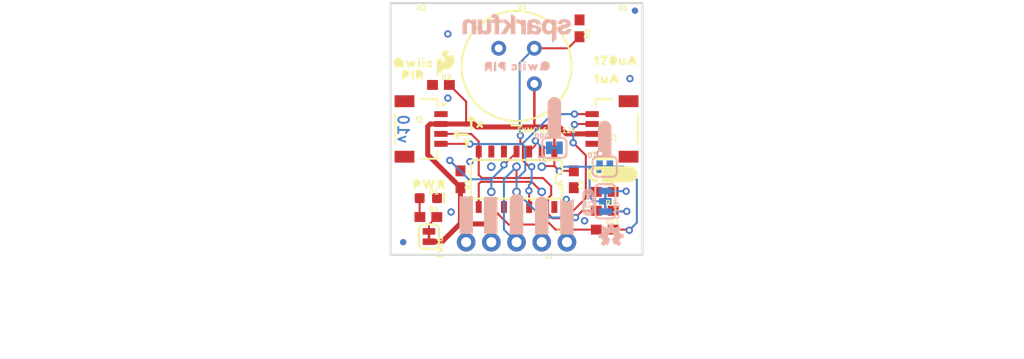
<source format=kicad_pcb>
(kicad_pcb (version 20211014) (generator pcbnew)
  (layers (0 "F.Cu" signal) (31 "B.Cu" signal) (34 "B.Paste" user) (35 "F.Paste" user) (36 "B.SilkS" user "B.Silkscreen") (37 "F.SilkS" user "F.Silkscreen") (38 "B.Mask" user) (39 "F.Mask" user) (44 "Edge.Cuts" user))
  (net 0 "")
  (net 1 "GND")
  (net 2 "SDA")
  (net 3 "SCL")
  (net 4 "3.3V")
  (net 5 "~{INT}")
  (net 6 "SCL_PU1")
  (net 7 "SDA_PU1")
  (net 8 "ADR0")
  (net 9 "~{RST}")
  (net 10 "N$3")
  (net 11 "STAT")
  (net 12 "INT_R")
  (net 13 "PIR_OUT")
  (net 14 "SDO")
  (footprint "boardEagle:0603" (layer "F.Cu") (at 154.8511 94.8436 -90)
    (fp_text reference "R5" (at 0 -0.762 90) (layer "F.SilkS") (effects (font (size 0.512064 0.512064) (thickness 0.097536)) (justify right)))
    (fp_text value "47k")
    (pad "1" smd rect (at -0.85 0 270) (size 1.1 1) (layers "F.Cu" "F.Paste" "F.Mask") (net 1 "GND"))
    (pad "2" smd rect (at 0.85 0 270) (size 1.1 1) (layers "F.Cu" "F.Paste" "F.Mask") (net 13 "PIR_OUT"))
  )
  (footprint "boardEagle:TO-3" (layer "F.Cu") (at 148.5011 98.6536)
    (fp_text reference "U1" (at 0 -6) (layer "F.SilkS") (effects (font (size 0.512064 0.512064) (thickness 0.097536)) (justify left)))
    (fp_text value "EKMC4607112k" (at 0 6.5) (layer "F.SilkS") (effects (font (size 0.512064 0.512064) (thickness 0.097536)) (justify left)))
    (pad "GND" thru_hole circle (at -1.796 -1.796) (size 1.5 1.5) (drill 0.8) (layers *.Cu) (net 1 "GND"))
    (pad "OUT" thru_hole circle (at 1.796 -1.796) (size 1.5 1.5) (drill 0.8) (layers *.Cu) (net 13 "PIR_OUT"))
    (pad "VDD" thru_hole circle (at 1.796 1.796) (size 1.5 1.5) (drill 0.8) (layers *.Cu) (net 4 "3.3V"))
  )
  (footprint "boardEagle:LED-0603" (layer "F.Cu") (at 139.6111 111.9886)
    (fp_text reference "D1" (at 0 -0.635) (layer "F.SilkS") (effects (font (size 0.512064 0.512064) (thickness 0.097536)) (justify left)))
    (fp_text value "RED")
    (pad "A" smd roundrect (at -0.877 0 270) (size 1 1) (layers "F.Cu" "F.Paste" "F.Mask") (roundrect_rratio 0.15) (net 10 "N$3"))
    (pad "C" smd roundrect (at 0.877 0 270) (size 1 1) (layers "F.Cu" "F.Paste" "F.Mask") (roundrect_rratio 0.15) (net 1 "GND"))
  )
  (footprint "boardEagle:0603" (layer "F.Cu") (at 142.8496 110.0836 -90)
    (fp_text reference "R3" (at 0 -0.762 90) (layer "F.SilkS") (effects (font (size 0.512064 0.512064) (thickness 0.097536)) (justify right)))
    (fp_text value "10k")
    (pad "1" smd rect (at -0.85 0 270) (size 1.1 1) (layers "F.Cu" "F.Paste" "F.Mask") (net 9 "~{RST}"))
    (pad "2" smd rect (at 0.85 0 270) (size 1.1 1) (layers "F.Cu" "F.Paste" "F.Mask") (net 4 "3.3V"))
  )
  (footprint "boardEagle:JST04_1MM_RA" (layer "F.Cu") (at 156.1211 105.0036 90)
    (fp_text reference "J2" (at -1.397 2.159 90) (layer "F.SilkS") (effects (font (size 0.512064 0.512064) (thickness 0.097536)) (justify left)))
    (fp_text value "QWIIC")
    (pad "1" smd rect (at -1.5 0 90) (size 0.6 1.35) (layers "F.Cu" "F.Paste" "F.Mask") (net 1 "GND"))
    (pad "2" smd rect (at -0.5 0 90) (size 0.6 1.35) (layers "F.Cu" "F.Paste" "F.Mask") (net 4 "3.3V"))
    (pad "3" smd rect (at 0.5 0 90) (size 0.6 1.35) (layers "F.Cu" "F.Paste" "F.Mask") (net 2 "SDA"))
    (pad "4" smd rect (at 1.5 0 90) (size 0.6 1.35) (layers "F.Cu" "F.Paste" "F.Mask") (net 3 "SCL"))
    (pad "NC1" smd rect (at 2.8 3.675 90) (size 1.2 2) (layers "F.Cu" "F.Paste" "F.Mask"))
    (pad "NC2" smd rect (at -2.8 3.675 90) (size 1.2 2) (layers "F.Cu" "F.Paste" "F.Mask"))
  )
  (footprint "boardEagle:1X04_NO_SILK" (layer "F.Cu") (at 151.0411 116.4336 180)
    (fp_text reference "J1" (at -1.27 -1.397) (layer "F.SilkS") (effects (font (size 0.512064 0.512064) (thickness 0.097536)) (justify right)))
    (fp_text value "")
    (pad "1" thru_hole circle (at 0 0 270) (size 1.8796 1.8796) (drill 1.016) (layers *.Cu *.Mask) (net 3 "SCL"))
    (pad "2" thru_hole circle (at 2.54 0 270) (size 1.8796 1.8796) (drill 1.016) (layers *.Cu *.Mask) (net 2 "SDA"))
    (pad "3" thru_hole circle (at 5.08 0 270) (size 1.8796 1.8796) (drill 1.016) (layers *.Cu *.Mask) (net 4 "3.3V"))
    (pad "4" thru_hole circle (at 7.62 0 270) (size 1.8796 1.8796) (drill 1.016) (layers *.Cu *.Mask) (net 1 "GND"))
  )
  (footprint "boardEagle:QWIIC_5MM" (layer "F.Cu") (at 158.1531 109.5756)
    (fp_text reference "LOGO2" hide)
    (fp_text value "QWIIC_LOGO_5MM" hide)
  )
  (footprint "boardEagle:0603" (layer "F.Cu") (at 139.6111 113.8936)
    (fp_text reference "R4" (at 0 -0.762) (layer "F.SilkS") (effects (font (size 0.512064 0.512064) (thickness 0.097536)) (justify left)))
    (fp_text value "1k")
    (pad "1" smd rect (at -0.85 0) (size 1.1 1) (layers "F.Cu" "F.Paste" "F.Mask") (net 10 "N$3"))
    (pad "2" smd rect (at 0.85 0) (size 1.1 1) (layers "F.Cu" "F.Paste" "F.Mask") (net 11 "STAT"))
  )
  (footprint "boardEagle:SMT-JUMPER_2_NC_TRACE_SILK" (layer "F.Cu") (at 139.6746 115.8621 -90)
    (fp_text reference "PWR0" (at 0 -1.143 90) (layer "F.SilkS") (effects (font (size 0.512064 0.512064) (thickness 0.097536)) (justify right)))
    (fp_text value "JUMPER-SMT_2_NC_TRACE_SILK")
    (fp_poly (pts (xy 0.1905 0.13335) (xy -0.70485 0.13335) (xy -0.70485 -0.13335) (xy 0.1905 -0.13335)) (layer "F.Cu") (width 0) (fill solid))
    (pad "1" smd rect (at -0.5207 0 270) (size 0.6604 1.27) (layers "F.Cu" "F.Mask") (net 11 "STAT"))
    (pad "2" smd rect (at 0.5207 0 270) (size 0.6604 1.27) (layers "F.Cu" "F.Mask") (net 4 "3.3V"))
  )
  (footprint "boardEagle:Y0" (layer "F.Cu") (at 142.4051 106.2101)
    (fp_text reference "U$16" hide)
    (fp_text value "" hide)
  )
  (footprint "boardEagle:STAND-OFF" (layer "F.Cu") (at 158.6611 94.8436)
    (fp_text reference "H1" (at 0 -2.032) (layer "F.SilkS") (effects (font (size 0.512064 0.512064) (thickness 0.097536)) (justify left)))
    (fp_text value "STAND-OFF")
    (pad "" np_thru_hole circle (at 0 0) (size 3.302 3.302) (drill 3.302) (layers *.Cu *.Mask))
  )
  (footprint "boardEagle:SFE_LOGO_FLAME_.1" (layer "F.Cu") (at 141.3256 98.3361)
    (fp_text reference "LOGO4" hide)
    (fp_text value "SFE_LOGO_FLAME.1_INCH" hide)
  )
  (footprint "boardEagle:STAND-OFF" (layer "F.Cu") (at 138.3411 94.8436)
    (fp_text reference "H2" (at 0 -2.032) (layer "F.SilkS") (effects (font (size 0.512064 0.512064) (thickness 0.097536)) (justify left)))
    (fp_text value "STAND-OFF")
    (pad "" np_thru_hole circle (at 0 0) (size 3.302 3.302) (drill 3.302) (layers *.Cu *.Mask))
  )
  (footprint "boardEagle:170UA0" (layer "F.Cu") (at 155.6131 98.0821)
    (fp_text reference "U$2" hide)
    (fp_text value "" hide)
  )
  (footprint "boardEagle:1X01_NO_SILK" (layer "F.Cu") (at 153.5811 116.4336)
    (fp_text reference "J5" (at -1.27 -1.143) (layer "F.SilkS") (effects (font (size 0.512064 0.512064) (thickness 0.097536)) (justify left)))
    (fp_text value "")
    (pad "1" thru_hole circle (at 0 0 90) (size 1.8796 1.8796) (drill 1.016) (layers *.Cu *.Mask) (net 5 "~{INT}"))
  )
  (footprint "boardEagle:CREATIVE_COMMONS" (layer "F.Cu") (at 116.7511 126.5936)
    (fp_text reference "FRAME1" hide)
    (fp_text value "FRAME-LETTER" hide)
  )
  (footprint "boardEagle:0603" (layer "F.Cu") (at 157.3911 113.2586)
    (fp_text reference "R2" (at 0 -0.762) (layer "F.SilkS") (effects (font (size 0.512064 0.512064) (thickness 0.097536)) (justify left)))
    (fp_text value "2.2k")
    (pad "1" smd rect (at -0.85 0) (size 1.1 1) (layers "F.Cu" "F.Paste" "F.Mask") (net 3 "SCL"))
    (pad "2" smd rect (at 0.85 0) (size 1.1 1) (layers "F.Cu" "F.Paste" "F.Mask") (net 6 "SCL_PU1"))
  )
  (footprint "boardEagle:0603" (layer "F.Cu") (at 140.8811 100.5586)
    (fp_text reference "D2" (at 0 -0.762) (layer "F.SilkS") (effects (font (size 0.512064 0.512064) (thickness 0.097536)) (justify left)))
    (fp_text value "24V")
    (pad "1" smd rect (at -0.85 0) (size 1.1 1) (layers "F.Cu" "F.Paste" "F.Mask") (net 1 "GND"))
    (pad "2" smd rect (at 0.85 0) (size 1.1 1) (layers "F.Cu" "F.Paste" "F.Mask") (net 4 "3.3V"))
  )
  (footprint "boardEagle:0603" (layer "F.Cu") (at 157.3911 111.3536)
    (fp_text reference "R1" (at 0 -0.762) (layer "F.SilkS") (effects (font (size 0.512064 0.512064) (thickness 0.097536)) (justify left)))
    (fp_text value "2.2k")
    (pad "1" smd rect (at -0.85 0) (size 1.1 1) (layers "F.Cu" "F.Paste" "F.Mask") (net 2 "SDA"))
    (pad "2" smd rect (at 0.85 0) (size 1.1 1) (layers "F.Cu" "F.Paste" "F.Mask") (net 7 "SDA_PU1"))
  )
  (footprint "boardEagle:0603" (layer "F.Cu") (at 157.3911 115.1636)
    (fp_text reference "R11" (at 0 -0.762) (layer "F.SilkS") (effects (font (size 0.512064 0.512064) (thickness 0.097536)) (justify left)))
    (fp_text value "10k")
    (pad "1" smd rect (at -0.85 0) (size 1.1 1) (layers "F.Cu" "F.Paste" "F.Mask") (net 5 "~{INT}"))
    (pad "2" smd rect (at 0.85 0) (size 1.1 1) (layers "F.Cu" "F.Paste" "F.Mask") (net 12 "INT_R"))
  )
  (footprint "boardEagle:MICRO-FIDUCIAL" (layer "F.Cu") (at 160.4391 93.0656)
    (fp_text reference "JP9" hide)
    (fp_text value "FIDUCIALUFIDUCIAL" hide)
    (pad "1" smd roundrect (at 0 0) (size 0.635 0.635) (layers "F.Cu" "F.Mask") (roundrect_rratio 0.5))
  )
  (footprint "boardEagle:SO14" (layer "F.Cu") (at 148.5011 110.0836 180)
    (fp_text reference "U4" (at -4.445 0 90) (layer "F.SilkS") (effects (font (size 0.512064 0.512064) (thickness 0.097536)) (justify right)))
    (fp_text value "ATTINY84-ARDUINO")
    (pad "1" smd rect (at -3.81 2.8 180) (size 0.6 1.2) (layers "F.Cu" "F.Paste" "F.Mask") (net 4 "3.3V"))
    (pad "2" smd rect (at -2.54 2.8 180) (size 0.6 1.2) (layers "F.Cu" "F.Paste" "F.Mask"))
    (pad "3" smd rect (at -1.27 2.8 180) (size 0.6 1.2) (layers "F.Cu" "F.Paste" "F.Mask") (net 8 "ADR0"))
    (pad "4" smd rect (at 0 2.8 180) (size 0.6 1.2) (layers "F.Cu" "F.Paste" "F.Mask") (net 9 "~{RST}"))
    (pad "5" smd rect (at 1.27 2.8 180) (size 0.6 1.2) (layers "F.Cu" "F.Paste" "F.Mask"))
    (pad "6" smd rect (at 2.54 2.8 180) (size 0.6 1.2) (layers "F.Cu" "F.Paste" "F.Mask"))
    (pad "7" smd rect (at 3.81 2.8 180) (size 0.6 1.2) (layers "F.Cu" "F.Paste" "F.Mask") (net 2 "SDA"))
    (pad "8" smd rect (at 3.81 -2.8 180) (size 0.6 1.2) (layers "F.Cu" "F.Paste" "F.Mask") (net 14 "SDO"))
    (pad "9" smd rect (at 2.54 -2.8 180) (size 0.6 1.2) (layers "F.Cu" "F.Paste" "F.Mask") (net 3 "SCL"))
    (pad "10" smd rect (at 1.27 -2.8 180) (size 0.6 1.2) (layers "F.Cu" "F.Paste" "F.Mask"))
    (pad "11" smd rect (at 0 -2.8 180) (size 0.6 1.2) (layers "F.Cu" "F.Paste" "F.Mask"))
    (pad "12" smd rect (at -1.27 -2.8 180) (size 0.6 1.2) (layers "F.Cu" "F.Paste" "F.Mask") (net 13 "PIR_OUT"))
    (pad "13" smd rect (at -2.54 -2.8 180) (size 0.6 1.2) (layers "F.Cu" "F.Paste" "F.Mask") (net 5 "~{INT}"))
    (pad "14" smd rect (at -3.81 -2.8 180) (size 0.6 1.2) (layers "F.Cu" "F.Paste" "F.Mask") (net 1 "GND"))
  )
  (footprint "boardEagle:0603" (layer "F.Cu") (at 154.2796 110.0836 -90)
    (fp_text reference "C2" (at 0 -0.762 90) (layer "F.SilkS") (effects (font (size 0.512064 0.512064) (thickness 0.097536)) (justify right)))
    (fp_text value "0.1uF")
    (pad "1" smd rect (at -0.85 0 270) (size 1.1 1) (layers "F.Cu" "F.Paste" "F.Mask") (net 4 "3.3V"))
    (pad "2" smd rect (at 0.85 0 270) (size 1.1 1) (layers "F.Cu" "F.Paste" "F.Mask") (net 1 "GND"))
  )
  (footprint "boardEagle:PWR0" (layer "F.Cu") (at 137.3886 110.5916)
    (fp_text reference "U$3" hide)
    (fp_text value "" hide)
  )
  (footprint "boardEagle:1UA0" (layer "F.Cu") (at 155.6131 99.9236)
    (fp_text reference "U$9" hide)
    (fp_text value "" hide)
  )
  (footprint "boardEagle:MICRO-FIDUCIAL" (layer "F.Cu") (at 137.0711 116.4336)
    (fp_text reference "JP8" hide)
    (fp_text value "FIDUCIALUFIDUCIAL" hide)
    (pad "1" smd roundrect (at 0 0) (size 0.635 0.635) (layers "F.Cu" "F.Mask") (roundrect_rratio 0.5))
  )
  (footprint "boardEagle:PIR0" (layer "F.Cu") (at 136.2456 99.5426)
    (fp_text reference "U$1" hide)
    (fp_text value "" hide)
  )
  (footprint "boardEagle:JST04_1MM_RA" (layer "F.Cu") (at 140.8811 105.0036 -90)
    (fp_text reference "J3" (at -1.397 2.159 90) (layer "F.SilkS") (effects (font (size 0.512064 0.512064) (thickness 0.097536)) (justify right)))
    (fp_text value "QWIIC")
    (pad "1" smd rect (at -1.5 0 270) (size 0.6 1.35) (layers "F.Cu" "F.Paste" "F.Mask") (net 1 "GND"))
    (pad "2" smd rect (at -0.5 0 270) (size 0.6 1.35) (layers "F.Cu" "F.Paste" "F.Mask") (net 4 "3.3V"))
    (pad "3" smd rect (at 0.5 0 270) (size 0.6 1.35) (layers "F.Cu" "F.Paste" "F.Mask") (net 2 "SDA"))
    (pad "4" smd rect (at 1.5 0 270) (size 0.6 1.35) (layers "F.Cu" "F.Paste" "F.Mask") (net 3 "SCL"))
    (pad "NC1" smd rect (at 2.8 3.675 270) (size 1.2 2) (layers "F.Cu" "F.Paste" "F.Mask"))
    (pad "NC2" smd rect (at -2.8 3.675 270) (size 1.2 2) (layers "F.Cu" "F.Paste" "F.Mask"))
  )
  (footprint "boardEagle:QWIIC0" (layer "F.Cu") (at 135.4201 98.3361)
    (fp_text reference "U$17" hide)
    (fp_text value "" hide)
  )
  (footprint "boardEagle:X0" (layer "F.Cu") (at 143.7386 104.4321)
    (fp_text reference "U$14" hide)
    (fp_text value "" hide)
  )
  (footprint "boardEagle:OSHW-LOGO-MINI" (layer "B.Cu") (at 158.0261 115.7986 180)
    (fp_text reference "LOGO1" hide)
    (fp_text value "OSHW-LOGOMINI" hide)
  )
  (footprint "boardEagle:QWIIC0" (layer "B.Cu") (at 152.5651 98.6536 180)
    (fp_text reference "U$18" hide)
    (fp_text value "" hide)
  )
  (footprint "boardEagle:#INT#0" (layer "B.Cu") (at 157.3911 108.1151 90)
    (fp_text reference "U$4" hide)
    (fp_text value "" hide)
  )
  (footprint "boardEagle:SMT-JUMPER_2_NC_TRACE_SILK" (layer "B.Cu") (at 152.3111 106.9086 180)
    (fp_text reference "ADR0" (at 0 1.143) (layer "B.SilkS") (effects (font (size 0.512064 0.512064) (thickness 0.097536)) (justify left mirror)))
    (fp_text value "JUMPER-SMT_2_NC_TRACE_SILK")
    (fp_poly (pts (xy 0.1905 -0.13335) (xy -0.70485 -0.13335) (xy -0.70485 0.13335) (xy 0.1905 0.13335)) (layer "B.Cu") (width 0) (fill solid))
    (pad "1" smd rect (at -0.5207 0 180) (size 0.6604 1.27) (layers "B.Cu" "B.Mask") (net 1 "GND"))
    (pad "2" smd rect (at 0.5207 0 180) (size 0.6604 1.27) (layers "B.Cu" "B.Mask") (net 8 "ADR0"))
  )
  (footprint "boardEagle:#SCL#0" (layer "B.Cu") (at 151.0411 115.9891 90)
    (fp_text reference "U$7" hide)
    (fp_text value "" hide)
  )
  (footprint "boardEagle:SMT-JUMPER_3_2-NC_TRACE_SILK" (layer "B.Cu") (at 157.4546 112.3061 90)
    (fp_text reference "I2C0" (at 0 1.143 90) (layer "B.SilkS") (effects (font (size 0.512064 0.512064) (thickness 0.097536)) (justify left mirror)))
    (fp_text value "JUMPER-SMT_3_2-NC_TRACE_SILK")
    (fp_poly (pts (xy 0.7112 -0.13335) (xy -0.7112 -0.13335) (xy -0.7112 0.13335) (xy 0.7112 0.13335)) (layer "B.Cu") (width 0) (fill solid))
    (pad "1" smd rect (at -1.0414 0 90) (size 0.6604 1.27) (layers "B.Cu" "B.Mask") (net 6 "SCL_PU1"))
    (pad "2" smd rect (at 0 0 90) (size 0.6604 1.27) (layers "B.Cu" "B.Mask") (net 4 "3.3V"))
    (pad "3" smd rect (at 1.0414 0 90) (size 0.6604 1.27) (layers "B.Cu" "B.Mask") (net 7 "SDA_PU1"))
  )
  (footprint "boardEagle:#ADR#0" (layer "B.Cu") (at 152.3111 106.2736 90)
    (fp_text reference "U$11" hide)
    (fp_text value "" hide)
  )
  (footprint "boardEagle:##INT##0" (layer "B.Cu") (at 153.5811 115.9891 90)
    (fp_text reference "U$8" hide)
    (fp_text value "" hide)
  )
  (footprint "boardEagle:2X3_TEST_POINTS" (layer "B.Cu") (at 148.5011 110.0836 180)
    (fp_text reference "J7" (at -3.048 2.032) (layer "B.SilkS") (effects (font (size 0.512064 0.512064) (thickness 0.097536)) (justify left mirror)))
    (fp_text value "ISP")
    (pad "1" thru_hole circle (at -2.54 -1.27 180) (size 0.8636 0.8636) (drill 0.508) (layers *.Cu) (net 14 "SDO"))
    (pad "2" thru_hole circle (at -2.54 1.27 180) (size 0.8636 0.8636) (drill 0.508) (layers *.Cu) (net 4 "3.3V"))
    (pad "3" thru_hole circle (at 0 -1.27 180) (size 0.8636 0.8636) (drill 0.508) (layers *.Cu) (net 3 "SCL"))
    (pad "4" thru_hole circle (at 0 1.27 180) (size 0.8636 0.8636) (drill 0.508) (layers *.Cu) (net 2 "SDA"))
    (pad "5" thru_hole circle (at 2.54 -1.27 180) (size 0.8636 0.8636) (drill 0.508) (layers *.Cu) (net 9 "~{RST}"))
    (pad "6" thru_hole circle (at 2.54 1.27 180) (size 0.8636 0.8636) (drill 0.508) (layers *.Cu) (net 1 "GND"))
  )
  (footprint "boardEagle:MICRO-FIDUCIAL" (layer "B.Cu") (at 137.0711 116.4336 180)
    (fp_text reference "JP6" hide)
    (fp_text value "FIDUCIALUFIDUCIAL" hide)
    (pad "1" smd roundrect (at 0 0 180) (size 0.635 0.635) (layers "B.Cu" "B.Mask") (roundrect_rratio 0.5))
  )
  (footprint "boardEagle:SMT-JUMPER_2_NC_TRACE_SILK" (layer "B.Cu") (at 157.3911 108.8136 180)
    (fp_text reference "INT0" (at 0 1.143) (layer "B.SilkS") (effects (font (size 0.512064 0.512064) (thickness 0.097536)) (justify left mirror)))
    (fp_text value "JUMPER-SMT_2_NC_TRACE_SILK")
    (fp_poly (pts (xy 0.1905 -0.13335) (xy -0.70485 -0.13335) (xy -0.70485 0.13335) (xy 0.1905 0.13335)) (layer "B.Cu") (width 0) (fill solid))
    (pad "1" smd rect (at -0.5207 0 180) (size 0.6604 1.27) (layers "B.Cu" "B.Mask") (net 12 "INT_R"))
    (pad "2" smd rect (at 0.5207 0 180) (size 0.6604 1.27) (layers "B.Cu" "B.Mask") (net 4 "3.3V"))
  )
  (footprint "boardEagle:#3V3#0" (layer "B.Cu") (at 145.8976 115.9256 90)
    (fp_text reference "U$5" hide)
    (fp_text value "" hide)
  )
  (footprint "boardEagle:MICRO-FIDUCIAL" (layer "B.Cu") (at 160.4391 93.0656 180)
    (fp_text reference "JP2" hide)
    (fp_text value "FIDUCIALUFIDUCIAL" hide)
    (pad "1" smd roundrect (at 0 0 180) (size 0.635 0.635) (layers "B.Cu" "B.Mask") (roundrect_rratio 0.5))
  )
  (footprint "boardEagle:#GND#0" (layer "B.Cu") (at 143.4211 115.9256 90)
    (fp_text reference "U$19" hide)
    (fp_text value "" hide)
  )
  (footprint "boardEagle:#SDA#0" (layer "B.Cu") (at 148.5011 115.9891 90)
    (fp_text reference "U$6" hide)
    (fp_text value "" hide)
  )
  (footprint "boardEagle:I_SUPER2_C-()-03" (layer "B.Cu") (at 155.7401 113.8301 90)
    (fp_text reference "U$10" hide)
    (fp_text value "" hide)
  )
  (footprint "boardEagle:SFE_LOGO_NAME_.1" (layer "B.Cu") (at 148.5011 94.8436 180)
    (fp_text reference "LOGO3" hide)
    (fp_text value "SFE_LOGO_NAME.1_INCH" hide)
  )
  (footprint "boardEagle:PIR0" (layer "B.Cu") (at 148.1201 98.7171 180)
    (fp_text reference "U$13" hide)
    (fp_text value "" hide)
  )
  (gr_line (start 142.2781 105.5751) (end 142.5956 105.2576) (layer "F.SilkS") (width 0.254))
  (gr_line (start 142.2781 105.5751) (end 142.5956 105.8926) (layer "F.SilkS") (width 0.254))
  (gr_line (start 143.5481 105.5751) (end 142.2781 105.5751) (layer "F.SilkS") (width 0.254))
  (gr_line (start 143.9291 103.7971) (end 144.2466 104.1146) (layer "F.SilkS") (width 0.254))
  (gr_line (start 143.9291 103.7971) (end 143.6116 104.1146) (layer "F.SilkS") (width 0.254))
  (gr_line (start 143.9291 105.0671) (end 143.9291 103.7971) (layer "F.SilkS") (width 0.254))
  (gr_line (start 135.8011 117.7036) (end 161.2011 117.7036) (layer "Edge.Cuts") (width 0.2032))
  (gr_line (start 161.2011 117.7036) (end 161.2011 92.3036) (layer "Edge.Cuts") (width 0.2032))
  (gr_line (start 161.2011 92.3036) (end 135.8011 92.3036) (layer "Edge.Cuts") (width 0.2032))
  (gr_line (start 135.8011 92.3036) (end 135.8011 117.7036) (layer "Edge.Cuts") (width 0.2032))
  (gr_text "v10" (at 137.0711 105.0036 -90) (layer "B.Cu") (effects (font (size 1.0795 1.0795) (thickness 0.1905)) (justify mirror)))
  (via (at 153.5176 112.1156) (size 0.7366) (drill 0.381) (layers "F.Cu" "B.Cu") (net 1))
  (via (at 156.9466 107.4801) (size 0.7366) (drill 0.381) (layers "F.Cu" "B.Cu") (net 1))
  (via (at 141.5796 101.8921) (size 0.7366) (drill 0.381) (layers "F.Cu" "B.Cu") (net 1))
  (via (at 143.8021 108.3056) (size 0.7366) (drill 0.381) (layers "F.Cu" "B.Cu") (net 1))
  (via (at 141.8971 113.3856) (size 0.7366) (drill 0.381) (layers "F.Cu" "B.Cu") (net 1))
  (via (at 155.3591 114.2746) (size 0.7366) (drill 0.381) (layers "F.Cu" "B.Cu") (net 1))
  (via (at 159.9311 99.9236) (size 0.7366) (drill 0.381) (layers "F.Cu" "B.Cu") (net 1))
  (via (at 141.5796 95.4151) (size 0.7366) (drill 0.381) (layers "F.Cu" "B.Cu") (net 1))
  (segment (start 151.6761 113.5761) (end 151.6761 111.9886) (width 0.2032) (layer "F.Cu") (net 2))
  (segment (start 152.1206 114.0206) (end 151.6761 113.5761) (width 0.2032) (layer "F.Cu") (net 2))
  (segment (start 154.3986 104.5036) (end 156.1211 104.5036) (width 0.2032) (layer "F.Cu") (net 2))
  (segment (start 151.6761 111.9886) (end 151.9936 111.6711) (width 0.2032) (layer "F.Cu") (net 2))
  (segment (start 152.1206 114.0206) (end 153.4541 114.0206) (width 0.2032) (layer "F.Cu") (net 2))
  (segment (start 151.9936 110.7821) (end 151.1681 109.9566) (width 0.2032) (layer "F.Cu") (net 2))
  (segment (start 148.5011 109.9566) (end 145.0086 109.9566) (width 0.2032) (layer "F.Cu") (net 2))
  (segment (start 145.0086 109.9566) (end 144.6911 109.6391) (width 0.2032) (layer "F.Cu") (net 2))
  (segment (start 155.4861 111.9886) (end 155.4861 111.3536) (width 0.2032) (layer "F.Cu") (net 2))
  (segment (start 155.4861 107.6706) (end 155.4861 111.3536) (width 0.2032) (layer "F.Cu") (net 2))
  (segment (start 153.4541 114.0206) (end 155.4861 111.9886) (width 0.2032) (layer "F.Cu") (net 2))
  (segment (start 144.6911 109.6391) (end 144.6911 107.2836) (width 0.2032) (layer "F.Cu") (net 2))
  (segment (start 156.5411 111.3536) (end 155.4861 111.3536) (width 0.2032) (layer "F.Cu") (net 2))
  (segment (start 154.3431 104.5591) (end 154.3986 104.5036) (width 0.2032) (layer "F.Cu") (net 2))
  (segment (start 151.9936 111.6711) (end 151.9936 110.7821) (width 0.2032) (layer "F.Cu") (net 2))
  (segment (start 140.8811 105.5036) (end 143.9211 105.5036) (width 0.2032) (layer "F.Cu") (net 2))
  (segment (start 148.5011 108.8136) (end 148.5011 109.9566) (width 0.2032) (layer "F.Cu") (net 2))
  (segment (start 151.1681 109.9566) (end 148.5011 109.9566) (width 0.2032) (layer "F.Cu") (net 2))
  (segment (start 155.4861 107.6706) (end 154.2161 106.4006) (width 0.2032) (layer "F.Cu") (net 2))
  (segment (start 144.6911 106.2736) (end 144.6911 107.2836) (width 0.2032) (layer "F.Cu") (net 2))
  (segment (start 143.9211 105.5036) (end 144.6911 106.2736) (width 0.2032) (layer "F.Cu") (net 2))
  (via (at 154.3431 104.5591) (size 0.7366) (drill 0.381) (layers "F.Cu" "B.Cu") (net 2))
  (via (at 154.2161 106.4006) (size 0.7366) (drill 0.381) (layers "F.Cu" "B.Cu") (net 2))
  (segment (start 154.2161 104.6861) (end 154.3431 104.5591) (width 0.2032) (layer "B.Cu") (net 2))
  (segment (start 147.2311 110.0836) (end 148.5011 108.8136) (width 0.2032) (layer "B.Cu") (net 2))
  (segment (start 148.5011 116.4336) (end 147.2311 115.1636) (width 0.2032) (layer "B.Cu") (net 2))
  (segment (start 154.2161 106.4006) (end 154.2161 104.6861) (width 0.2032) (layer "B.Cu") (net 2))
  (segment (start 147.2311 115.1636) (end 147.2311 110.0836) (width 0.2032) (layer "B.Cu") (net 2))
  (segment (start 154.3431 103.5036) (end 156.1211 103.5036) (width 0.2032) (layer "F.Cu") (net 3))
  (segment (start 146.6517 113.599332) (end 147.704368 114.652) (width 0.2032) (layer "F.Cu") (net 3))
  (segment (start 143.7781 106.5036) (end 143.8021 106.5276) (width 0.2032) (layer "F.Cu") (net 3))
  (segment (start 155.132087 113.2586) (end 154.4447 113.945988) (width 0.2032) (layer "F.Cu") (net 3))
  (segment (start 145.9611 112.8836) (end 146.6517 113.5742) (width 0.2032) (layer "F.Cu") (net 3))
  (segment (start 147.704368 114.652) (end 150.484887 114.652) (width 0.2032) (layer "F.Cu") (net 3))
  (segment (start 146.6517 113.5742) (end 146.6517 113.599332) (width 0.2032) (layer "F.Cu") (net 3))
  (segment (start 151.0411 115.208213) (end 150.484887 114.652) (width 0.2032) (layer "F.Cu") (net 3))
  (segment (start 156.5411 113.2586) (end 155.132087 113.2586) (width 0.2032) (layer "F.Cu") (net 3))
  (segment (start 140.8811 106.5036) (end 143.7781 106.5036) (width 0.2032) (layer "F.Cu") (net 3))
  (segment (start 151.0411 115.208213) (end 151.0411 116.4336) (width 0.2032) (layer "F.Cu") (net 3))
  (via (at 154.4447 113.945988) (size 0.7366) (drill 0.381) (layers "F.Cu" "B.Cu") (net 3))
  (via (at 154.3431 103.5036) (size 0.7366) (drill 0.381) (layers "F.Cu" "B.Cu") (net 3))
  (via (at 143.8021 106.5276) (size 0.7366) (drill 0.381) (layers "F.Cu" "B.Cu") (net 3))
  (segment (start 148.5011 110.0836) (end 149.3774 109.2073) (width 0.2032) (layer "B.Cu") (net 3))
  (segment (start 151.052212 113.945988) (end 151.0411 113.9571) (width 0.2032) (layer "B.Cu") (net 3))
  (segment (start 151.0411 113.9571) (end 151.0411 116.4336) (width 0.2032) (layer "B.Cu") (net 3))
  (segment (start 152.0966 103.5036) (end 154.3431 103.5036) (width 0.2032) (layer "B.Cu") (net 3))
  (segment (start 149.3774 106.8324) (end 149.0726 106.5276) (width 0.2032) (layer "B.Cu") (net 3))
  (segment (start 151.0411 113.8936) (end 151.0411 113.9571) (width 0.2032) (layer "B.Cu") (net 3))
  (segment (start 148.5011 111.3536) (end 148.5011 110.0836) (width 0.2032) (layer "B.Cu") (net 3))
  (segment (start 154.4447 113.945988) (end 151.052212 113.945988) (width 0.2032) (layer "B.Cu") (net 3))
  (segment (start 149.0726 106.5276) (end 152.0966 103.5036) (width 0.2032) (layer "B.Cu") (net 3))
  (segment (start 149.0726 106.5276) (end 143.8021 106.5276) (width 0.2032) (layer "B.Cu") (net 3))
  (segment (start 149.3774 109.2073) (end 149.3774 106.8324) (width 0.2032) (layer "B.Cu") (net 3))
  (segment (start 151.0411 113.8936) (end 148.5011 111.3536) (width 0.2032) (layer "B.Cu") (net 3))
  (segment (start 141.7311 100.5586) (end 143.4211 102.2486) (width 0.2032) (layer "F.Cu") (net 4))
  (segment (start 139.5476 107.6071) (end 142.8496 110.9091) (width 0.508) (layer "F.Cu") (net 4))
  (segment (start 142.79435 114.5921) (end 142.8496 114.5921) (width 0.1778) (layer "F.Cu") (net 4))
  (segment (start 140.8811 104.5036) (end 143.4211 104.5036) (width 0.508) (layer "F.Cu") (net 4))
  (segment (start 150.2971 104.8051) (end 152.3111 104.8051) (width 0.508) (layer "F.Cu") (net 4))
  (segment (start 139.5476 104.7496) (end 139.5476 107.6071) (width 0.508) (layer "F.Cu") (net 4))
  (segment (start 142.8496 114.5921) (end 142.8496 110.9336) (width 0.508) (layer "F.Cu") (net 4))
  (segment (start 154.2796 109.2336) (end 152.8436 109.2336) (width 0.2032) (layer "F.Cu") (net 4))
  (segment (start 143.4211 102.2486) (end 143.4211 104.5036) (width 0.2032) (layer "F.Cu") (net 4))
  (segment (start 139.7936 104.5036) (end 139.5476 104.7496) (width 0.508) (layer "F.Cu") (net 4))
  (segment (start 144.1911 104.5036) (end 144.4926 104.8051) (width 0.508) (layer "F.Cu") (net 4))
  (segment (start 142.8496 114.5921) (end 145.5166 114.5921) (width 0.508) (layer "F.Cu") (net 4))
  (segment (start 145.5166 114.5921) (end 145.9611 115.0366) (width 0.508) (layer "F.Cu") (net 4))
  (segment (start 144.4926 104.8051) (end 150.2971 104.8051) (width 0.508) (layer "F.Cu") (net 4))
  (segment (start 139.6746 116.3828) (end 141.00365 116.3828) (width 0.508) (layer "F.Cu") (net 4))
  (segment (start 151.0411 108.8136) (end 151.1046 108.7501) (width 0.2032) (layer "F.Cu") (net 4))
  (segment (start 153.5176 105.5036) (end 152.8191 104.8051) (width 0.508) (layer "F.Cu") (net 4))
  (segment (start 142.8496 110.9091) (end 142.8496 110.9336) (width 0.1778) (layer "F.Cu") (net 4))
  (segment (start 152.8436 109.2336) (end 152.8191 109.2581) (width 0.2032) (layer "F.Cu") (net 4))
  (segment (start 152.8191 104.8051) (end 152.3111 104.8051) (width 0.508) (layer "F.Cu") (net 4))
  (segment (start 152.3111 108.7501) (end 152.8191 109.2581) (width 0.2032) (layer "F.Cu") (net 4))
  (segment (start 141.00365 116.3828) (end 142.79435 114.5921) (width 0.508) (layer "F.Cu") (net 4))
  (segment (start 145.9611 115.0366) (end 145.9611 116.4336) (width 0.508) (layer "F.Cu") (net 4))
  (segment (start 151.1046 108.7501) (end 152.3111 108.7501) (width 0.2032) (layer "F.Cu") (net 4))
  (segment (start 152.3111 104.8051) (end 152.3111 107.2836) (width 0.254) (layer "F.Cu") (net 4))
  (segment (start 153.5176 105.5036) (end 156.1211 105.5036) (width 0.508) (layer "F.Cu") (net 4))
  (segment (start 140.8811 104.5036) (end 139.7936 104.5036) (width 0.508) (layer "F.Cu") (net 4))
  (segment (start 143.4211 104.5036) (end 144.1911 104.5036) (width 0.508) (layer "F.Cu") (net 4))
  (segment (start 152.3111 107.2836) (end 152.3111 108.7501) (width 0.2032) (layer "F.Cu") (net 4))
  (segment (start 150.2971 100.4496) (end 150.2971 104.8051) (width 0.254) (layer "F.Cu") (net 4))
  (via (at 152.8191 109.2581) (size 0.7366) (drill 0.381) (layers "F.Cu" "B.Cu") (net 4))
  (segment (start 155.8671 108.8136) (end 155.8671 111.8616) (width 0.2032) (layer "B.Cu") (net 4))
  (segment (start 156.8704 108.8136) (end 155.8671 108.8136) (width 0.2032) (layer "B.Cu") (net 4))
  (segment (start 155.8671 111.8616) (end 156.3116 112.3061) (width 0.2032) (layer "B.Cu") (net 4))
  (segment (start 152.8191 109.2581) (end 153.2636 108.8136) (width 0.2032) (layer "B.Cu") (net 4))
  (segment (start 156.3116 112.3061) (end 157.4546 112.3061) (width 0.2032) (layer "B.Cu") (net 4))
  (segment (start 155.8671 108.8136) (end 153.2636 108.8136) (width 0.2032) (layer "B.Cu") (net 4))
  (segment (start 151.0411 113.7666) (end 152.4381 115.1636) (width 0.2032) (layer "F.Cu") (net 5))
  (segment (start 153.5811 116.4336) (end 153.5811 115.1636) (width 0.2032) (layer "F.Cu") (net 5))
  (segment (start 156.5411 115.1636) (end 153.5811 115.1636) (width 0.2032) (layer "F.Cu") (net 5))
  (segment (start 152.4381 115.1636) (end 153.5811 115.1636) (width 0.2032) (layer "F.Cu") (net 5))
  (segment (start 151.0411 113.7666) (end 151.0411 112.8836) (width 0.2032) (layer "F.Cu") (net 5))
  (segment (start 159.6136 113.3221) (end 158.3046 113.3221) (width 0.2032) (layer "F.Cu") (net 6))
  (segment (start 158.3046 113.3221) (end 158.2411 113.2586) (width 0.2032) (layer "F.Cu") (net 6))
  (via (at 159.6136 113.3221) (size 0.7366) (drill 0.381) (layers "F.Cu" "B.Cu") (net 6))
  (segment (start 157.4546 113.3475) (end 159.5882 113.3475) (width 0.2032) (layer "B.Cu") (net 6))
  (segment (start 159.5882 113.3475) (end 159.6136 113.3221) (width 0.2032) (layer "B.Cu") (net 6))
  (segment (start 158.3046 111.2901) (end 159.5501 111.2901) (width 0.2032) (layer "F.Cu") (net 7))
  (segment (start 158.2411 111.3536) (end 158.3046 111.2901) (width 0.2032) (layer "F.Cu") (net 7))
  (via (at 159.5501 111.2901) (size 0.7366) (drill 0.381) (layers "F.Cu" "B.Cu") (net 7))
  (segment (start 157.48 111.2901) (end 157.4546 111.2647) (width 0.2032) (layer "B.Cu") (net 7))
  (segment (start 159.5501 111.2901) (end 157.48 111.2901) (width 0.2032) (layer "B.Cu") (net 7))
  (segment (start 149.7711 107.2836) (end 150.4061 106.6486) (width 0.1778) (layer "F.Cu") (net 8))
  (segment (start 150.4061 106.6486) (end 150.4061 106.2101) (width 0.1778) (layer "F.Cu") (net 8))
  (via (at 150.4061 106.2101) (size 0.7366) (drill 0.381) (layers "F.Cu" "B.Cu") (net 8))
  (segment (start 150.4061 106.2101) (end 151.1046 106.9086) (width 0.1778) (layer "B.Cu") (net 8))
  (segment (start 151.1046 106.9086) (end 151.7904 106.9086) (width 0.1778) (layer "B.Cu") (net 8))
  (segment (start 147.2311 108.6231) (end 148.5011 107.3531) (width 0.1778) (layer "F.Cu") (net 9))
  (segment (start 142.8496 109.2336) (end 142.8251 109.2336) (width 0.2032) (layer "F.Cu") (net 9))
  (segment (start 142.8251 109.2336) (end 141.7701 108.1786) (width 0.2032) (layer "F.Cu") (net 9))
  (segment (start 148.5011 107.3531) (end 148.5011 107.2836) (width 0.1778) (layer "F.Cu") (net 9))
  (via (at 147.2311 108.6231) (size 0.7366) (drill 0.381) (layers "F.Cu" "B.Cu") (net 9))
  (via (at 141.7701 108.1786) (size 0.7366) (drill 0.381) (layers "F.Cu" "B.Cu") (net 9))
  (segment (start 143.6751 110.0836) (end 145.9611 110.0836) (width 0.2032) (layer "B.Cu") (net 9))
  (segment (start 147.2311 108.8136) (end 147.2311 108.6231) (width 0.2032) (layer "B.Cu") (net 9))
  (segment (start 145.9611 110.0836) (end 147.2311 108.8136) (width 0.2032) (layer "B.Cu") (net 9))
  (segment (start 141.7701 108.1786) (end 143.6751 110.0836) (width 0.2032) (layer "B.Cu") (net 9))
  (segment (start 145.9611 111.3536) (end 145.9611 110.0836) (width 0.2032) (layer "B.Cu") (net 9))
  (segment (start 138.7341 113.8666) (end 138.7611 113.8936) (width 0.2032) (layer "F.Cu") (net 10))
  (segment (start 138.7341 111.9886) (end 138.7341 113.8666) (width 0.2032) (layer "F.Cu") (net 10))
  (segment (start 139.6746 114.6801) (end 139.6746 115.3414) (width 0.1778) (layer "F.Cu") (net 11))
  (segment (start 140.4611 113.8936) (end 139.6746 114.6801) (width 0.1778) (layer "F.Cu") (net 11))
  (segment (start 158.2411 115.1636) (end 159.8041 115.1636) (width 0.2032) (layer "F.Cu") (net 12))
  (segment (start 159.8041 115.1636) (end 159.8676 115.2271) (width 0.2032) (layer "F.Cu") (net 12))
  (via (at 159.8676 115.2271) (size 0.7366) (drill 0.381) (layers "F.Cu" "B.Cu") (net 12))
  (segment (start 160.6296 114.4651) (end 159.8676 115.2271) (width 0.2032) (layer "B.Cu") (net 12))
  (segment (start 157.9118 108.8136) (end 159.2961 108.8136) (width 0.2032) (layer "B.Cu") (net 12))
  (segment (start 160.6296 110.1471) (end 160.6296 114.4651) (width 0.2032) (layer "B.Cu") (net 12))
  (segment (start 160.6296 110.1471) (end 159.2961 108.8136) (width 0.2032) (layer "B.Cu") (net 12))
  (segment (start 149.144 108.1865) (end 149.144 106.631369) (width 0.2032) (layer "F.Cu") (net 13))
  (segment (start 149.7711 112.8836) (end 149.7711 111.2393) (width 0.2032) (layer "F.Cu") (net 13))
  (segment (start 148.888193 105.668707) (end 148.8882 105.6687) (width 0.2032) (layer "F.Cu") (net 13))
  (segment (start 153.6871 96.8576) (end 150.2971 96.8576) (width 0.2032) (layer "F.Cu") (net 13))
  (segment (start 150.0251 108.8136) (end 149.7711 108.8136) (width 0.2032) (layer "F.Cu") (net 13))
  (segment (start 148.888193 106.375563) (end 148.888193 105.668707) (width 0.2032) (layer "F.Cu") (net 13))
  (segment (start 149.7711 111.2393) (end 149.747287 111.2393) (width 0.2032) (layer "F.Cu") (net 13))
  (segment (start 149.144 106.631369) (end 148.888193 106.375563) (width 0.2032) (layer "F.Cu") (net 13))
  (segment (start 154.8511 95.6936) (end 153.6871 96.8576) (width 0.2032) (layer "F.Cu") (net 13))
  (segment (start 149.7711 108.8136) (end 149.144 108.1865) (width 0.2032) (layer "F.Cu") (net 13))
  (via (at 150.0251 108.8136) (size 0.7366) (drill 0.381) (layers "F.Cu" "B.Cu") (net 13))
  (via (at 149.747287 111.2393) (size 0.7366) (drill 0.381) (layers "F.Cu" "B.Cu") (net 13))
  (via (at 148.8882 105.6687) (size 0.7366) (drill 0.381) (layers "F.Cu" "B.Cu") (net 13))
  (segment (start 148.8186 98.3361) (end 148.8186 105.5991) (width 0.2032) (layer "B.Cu") (net 13))
  (segment (start 148.8882 105.6687) (end 148.8186 105.5991) (width 0.2032) (layer "B.Cu") (net 13))
  (segment (start 150.0251 110.4011) (end 149.747287 110.678913) (width 0.2032) (layer "B.Cu") (net 13))
  (segment (start 150.0251 108.8136) (end 150.0251 110.4011) (width 0.2032) (layer "B.Cu") (net 13))
  (segment (start 150.2971 96.8576) (end 148.8186 98.3361) (width 0.2032) (layer "B.Cu") (net 13))
  (segment (start 149.747287 110.678913) (end 149.747287 111.2393) (width 0.2032) (layer "B.Cu") (net 13))
  (segment (start 151.0411 111.3536) (end 150.0251 110.3376) (width 0.2032) (layer "F.Cu") (net 14))
  (segment (start 144.908587 110.3376) (end 144.6911 110.555088) (width 0.2032) (layer "F.Cu") (net 14))
  (segment (start 150.0251 110.3376) (end 144.908587 110.3376) (width 0.2032) (layer "F.Cu") (net 14))
  (segment (start 144.6911 110.555088) (end 144.6911 112.8836) (width 0.2032) (layer "F.Cu") (net 14))
)
</source>
